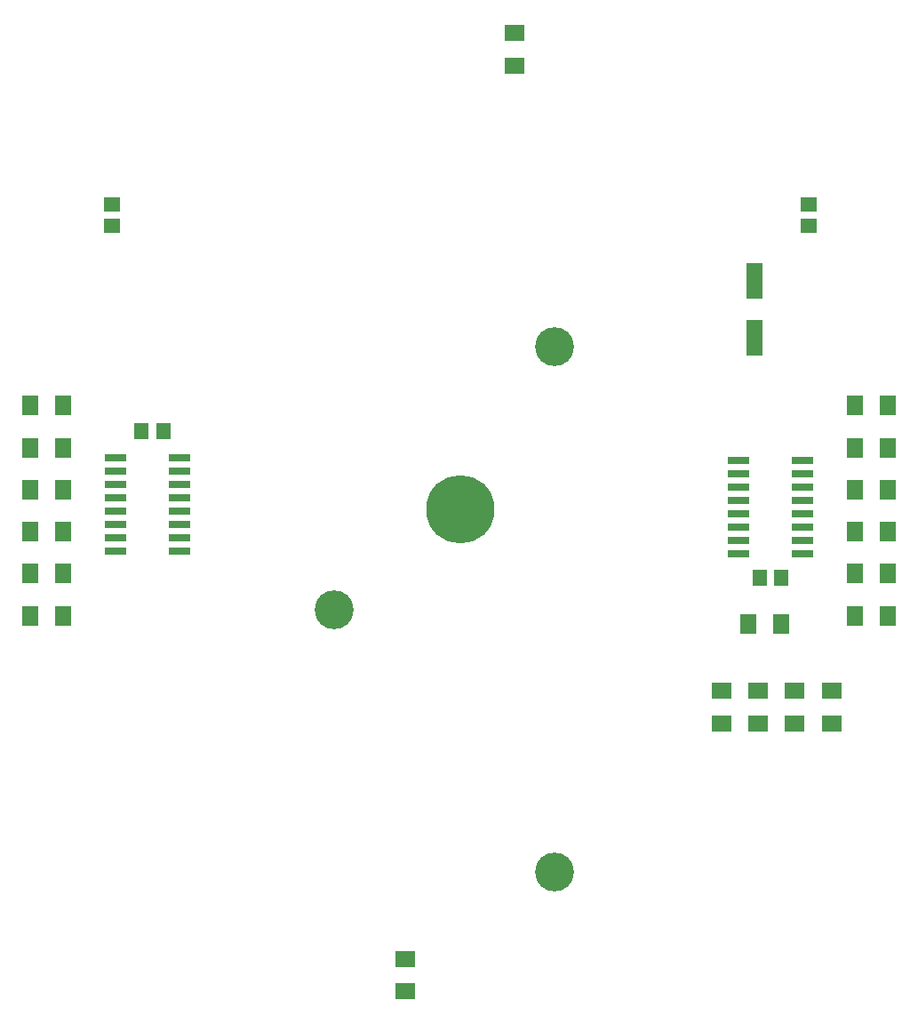
<source format=gtp>
G04 MADE WITH FRITZING*
G04 WWW.FRITZING.ORG*
G04 DOUBLE SIDED*
G04 HOLES PLATED*
G04 CONTOUR ON CENTER OF CONTOUR VECTOR*
%ASAXBY*%
%FSLAX23Y23*%
%MOIN*%
%OFA0B0*%
%SFA1.0B1.0*%
%ADD10C,0.255905*%
%ADD11C,0.145669*%
%ADD12R,0.062992X0.137795*%
%ADD13R,0.074803X0.062992*%
%ADD14R,0.062992X0.074803*%
%ADD15R,0.055118X0.059055*%
%ADD16R,0.080000X0.026000*%
%ADD17R,0.059055X0.055118*%
%LNPASTEMASK1*%
G90*
G70*
G54D10*
X1965Y1971D03*
G54D11*
X2319Y2582D03*
X1492Y1597D03*
X2319Y613D03*
G54D12*
X3069Y2829D03*
X3069Y2617D03*
G54D13*
X3357Y1170D03*
X3357Y1292D03*
X3219Y1170D03*
X3219Y1292D03*
X3081Y1170D03*
X3081Y1292D03*
X2943Y1170D03*
X2943Y1292D03*
G54D14*
X3044Y1542D03*
X3166Y1542D03*
G54D15*
X850Y2267D03*
X769Y2267D03*
X3088Y1717D03*
X3169Y1717D03*
G54D16*
X670Y2167D03*
X670Y2117D03*
X670Y2067D03*
X670Y2017D03*
X670Y1967D03*
X670Y1917D03*
X670Y1867D03*
X670Y1817D03*
X912Y1817D03*
X912Y1867D03*
X912Y1917D03*
X912Y1967D03*
X912Y2017D03*
X912Y2067D03*
X912Y2117D03*
X912Y2167D03*
G54D14*
X3445Y2361D03*
X3567Y2361D03*
X473Y1573D03*
X351Y1573D03*
X3445Y2203D03*
X3567Y2203D03*
X473Y1731D03*
X351Y1731D03*
X3445Y2046D03*
X3567Y2046D03*
X473Y1888D03*
X351Y1888D03*
X473Y2046D03*
X351Y2046D03*
X3445Y1888D03*
X3567Y1888D03*
X3445Y1731D03*
X3567Y1731D03*
X473Y2203D03*
X351Y2203D03*
X3445Y1573D03*
X3567Y1573D03*
X473Y2361D03*
X351Y2361D03*
G54D16*
X3249Y1806D03*
X3249Y1856D03*
X3249Y1906D03*
X3249Y1956D03*
X3249Y2006D03*
X3249Y2056D03*
X3249Y2106D03*
X3249Y2156D03*
X3007Y2156D03*
X3007Y2106D03*
X3007Y2056D03*
X3007Y2006D03*
X3007Y1956D03*
X3007Y1906D03*
X3007Y1856D03*
X3007Y1806D03*
G54D17*
X656Y3036D03*
X656Y3116D03*
X3272Y3036D03*
X3272Y3117D03*
G54D13*
X1757Y287D03*
X1757Y165D03*
X2167Y3637D03*
X2167Y3759D03*
G04 End of PasteMask1*
M02*
</source>
